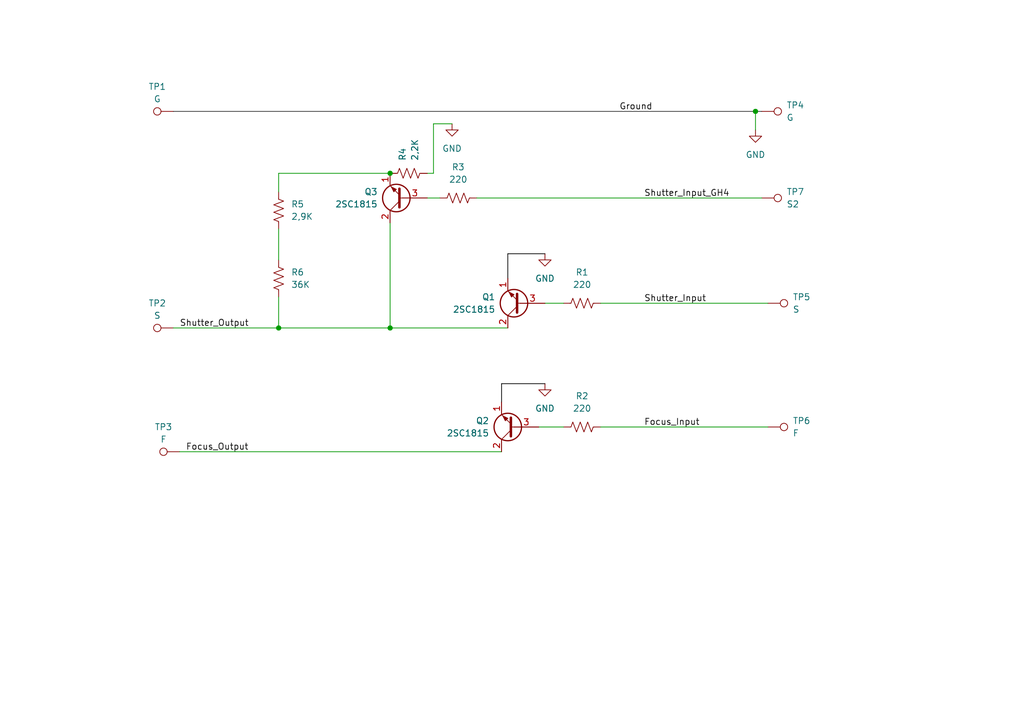
<source format=kicad_sch>
(kicad_sch
	(version 20231120)
	(generator "eeschema")
	(generator_version "8.0")
	(uuid "923b77b9-2deb-4a0b-afd3-30df7d2956a6")
	(paper "A5")
	(lib_symbols
		(symbol "Connector:TestPoint"
			(pin_numbers hide)
			(pin_names
				(offset 0.762) hide)
			(exclude_from_sim no)
			(in_bom yes)
			(on_board yes)
			(property "Reference" "TP"
				(at 0 6.858 0)
				(effects
					(font
						(size 1.27 1.27)
					)
				)
			)
			(property "Value" "TestPoint"
				(at 0 5.08 0)
				(effects
					(font
						(size 1.27 1.27)
					)
				)
			)
			(property "Footprint" ""
				(at 5.08 0 0)
				(effects
					(font
						(size 1.27 1.27)
					)
					(hide yes)
				)
			)
			(property "Datasheet" "~"
				(at 5.08 0 0)
				(effects
					(font
						(size 1.27 1.27)
					)
					(hide yes)
				)
			)
			(property "Description" "test point"
				(at 0 0 0)
				(effects
					(font
						(size 1.27 1.27)
					)
					(hide yes)
				)
			)
			(property "ki_keywords" "test point tp"
				(at 0 0 0)
				(effects
					(font
						(size 1.27 1.27)
					)
					(hide yes)
				)
			)
			(property "ki_fp_filters" "Pin* Test*"
				(at 0 0 0)
				(effects
					(font
						(size 1.27 1.27)
					)
					(hide yes)
				)
			)
			(symbol "TestPoint_0_1"
				(circle
					(center 0 3.302)
					(radius 0.762)
					(stroke
						(width 0)
						(type default)
					)
					(fill
						(type none)
					)
				)
			)
			(symbol "TestPoint_1_1"
				(pin passive line
					(at 0 0 90)
					(length 2.54)
					(name "1"
						(effects
							(font
								(size 1.27 1.27)
							)
						)
					)
					(number "1"
						(effects
							(font
								(size 1.27 1.27)
							)
						)
					)
				)
			)
		)
		(symbol "Device:R_US"
			(pin_numbers hide)
			(pin_names
				(offset 0)
			)
			(exclude_from_sim no)
			(in_bom yes)
			(on_board yes)
			(property "Reference" "R"
				(at 2.54 0 90)
				(effects
					(font
						(size 1.27 1.27)
					)
				)
			)
			(property "Value" "R_US"
				(at -2.54 0 90)
				(effects
					(font
						(size 1.27 1.27)
					)
				)
			)
			(property "Footprint" ""
				(at 1.016 -0.254 90)
				(effects
					(font
						(size 1.27 1.27)
					)
					(hide yes)
				)
			)
			(property "Datasheet" "~"
				(at 0 0 0)
				(effects
					(font
						(size 1.27 1.27)
					)
					(hide yes)
				)
			)
			(property "Description" "Resistor, US symbol"
				(at 0 0 0)
				(effects
					(font
						(size 1.27 1.27)
					)
					(hide yes)
				)
			)
			(property "ki_keywords" "R res resistor"
				(at 0 0 0)
				(effects
					(font
						(size 1.27 1.27)
					)
					(hide yes)
				)
			)
			(property "ki_fp_filters" "R_*"
				(at 0 0 0)
				(effects
					(font
						(size 1.27 1.27)
					)
					(hide yes)
				)
			)
			(symbol "R_US_0_1"
				(polyline
					(pts
						(xy 0 -2.286) (xy 0 -2.54)
					)
					(stroke
						(width 0)
						(type default)
					)
					(fill
						(type none)
					)
				)
				(polyline
					(pts
						(xy 0 2.286) (xy 0 2.54)
					)
					(stroke
						(width 0)
						(type default)
					)
					(fill
						(type none)
					)
				)
				(polyline
					(pts
						(xy 0 -0.762) (xy 1.016 -1.143) (xy 0 -1.524) (xy -1.016 -1.905) (xy 0 -2.286)
					)
					(stroke
						(width 0)
						(type default)
					)
					(fill
						(type none)
					)
				)
				(polyline
					(pts
						(xy 0 0.762) (xy 1.016 0.381) (xy 0 0) (xy -1.016 -0.381) (xy 0 -0.762)
					)
					(stroke
						(width 0)
						(type default)
					)
					(fill
						(type none)
					)
				)
				(polyline
					(pts
						(xy 0 2.286) (xy 1.016 1.905) (xy 0 1.524) (xy -1.016 1.143) (xy 0 0.762)
					)
					(stroke
						(width 0)
						(type default)
					)
					(fill
						(type none)
					)
				)
			)
			(symbol "R_US_1_1"
				(pin passive line
					(at 0 3.81 270)
					(length 1.27)
					(name "~"
						(effects
							(font
								(size 1.27 1.27)
							)
						)
					)
					(number "1"
						(effects
							(font
								(size 1.27 1.27)
							)
						)
					)
				)
				(pin passive line
					(at 0 -3.81 90)
					(length 1.27)
					(name "~"
						(effects
							(font
								(size 1.27 1.27)
							)
						)
					)
					(number "2"
						(effects
							(font
								(size 1.27 1.27)
							)
						)
					)
				)
			)
		)
		(symbol "PCM_4ms_Power-symbol:GND"
			(power)
			(pin_names
				(offset 0)
			)
			(exclude_from_sim no)
			(in_bom yes)
			(on_board yes)
			(property "Reference" "#PWR"
				(at 0 -6.35 0)
				(effects
					(font
						(size 1.27 1.27)
					)
					(hide yes)
				)
			)
			(property "Value" "GND"
				(at 0 -3.81 0)
				(effects
					(font
						(size 1.27 1.27)
					)
				)
			)
			(property "Footprint" ""
				(at 0 0 0)
				(effects
					(font
						(size 1.27 1.27)
					)
					(hide yes)
				)
			)
			(property "Datasheet" ""
				(at 0 0 0)
				(effects
					(font
						(size 1.27 1.27)
					)
					(hide yes)
				)
			)
			(property "Description" ""
				(at 0 0 0)
				(effects
					(font
						(size 1.27 1.27)
					)
					(hide yes)
				)
			)
			(symbol "GND_0_1"
				(polyline
					(pts
						(xy 0 0) (xy 0 -1.27) (xy 1.27 -1.27) (xy 0 -2.54) (xy -1.27 -1.27) (xy 0 -1.27)
					)
					(stroke
						(width 0)
						(type default)
					)
					(fill
						(type none)
					)
				)
			)
			(symbol "GND_1_1"
				(pin power_in line
					(at 0 0 270)
					(length 0) hide
					(name "GND"
						(effects
							(font
								(size 1.27 1.27)
							)
						)
					)
					(number "1"
						(effects
							(font
								(size 1.27 1.27)
							)
						)
					)
				)
			)
		)
		(symbol "Transistor_BJT:2SC1815"
			(pin_names
				(offset 0) hide)
			(exclude_from_sim no)
			(in_bom yes)
			(on_board yes)
			(property "Reference" "Q"
				(at 5.08 1.905 0)
				(effects
					(font
						(size 1.27 1.27)
					)
					(justify left)
				)
			)
			(property "Value" "2SC1815"
				(at 5.08 0 0)
				(effects
					(font
						(size 1.27 1.27)
					)
					(justify left)
				)
			)
			(property "Footprint" "Package_TO_SOT_THT:TO-92_Inline"
				(at 5.08 -1.905 0)
				(effects
					(font
						(size 1.27 1.27)
						(italic yes)
					)
					(justify left)
					(hide yes)
				)
			)
			(property "Datasheet" "https://media.digikey.com/pdf/Data%20Sheets/Toshiba%20PDFs/2SC1815.pdf"
				(at 0 0 0)
				(effects
					(font
						(size 1.27 1.27)
					)
					(justify left)
					(hide yes)
				)
			)
			(property "Description" "0.15A Ic, 50V Vce, Low Noise Audio NPN Transistor, TO-92"
				(at 0 0 0)
				(effects
					(font
						(size 1.27 1.27)
					)
					(hide yes)
				)
			)
			(property "ki_keywords" "Low Noise Audio NPN Transistor"
				(at 0 0 0)
				(effects
					(font
						(size 1.27 1.27)
					)
					(hide yes)
				)
			)
			(property "ki_fp_filters" "TO?92*"
				(at 0 0 0)
				(effects
					(font
						(size 1.27 1.27)
					)
					(hide yes)
				)
			)
			(symbol "2SC1815_0_1"
				(polyline
					(pts
						(xy 0 0) (xy 0.508 0)
					)
					(stroke
						(width 0)
						(type default)
					)
					(fill
						(type none)
					)
				)
				(polyline
					(pts
						(xy 0.635 0.635) (xy 2.54 2.54)
					)
					(stroke
						(width 0)
						(type default)
					)
					(fill
						(type none)
					)
				)
				(polyline
					(pts
						(xy 0.635 -0.635) (xy 2.54 -2.54) (xy 2.54 -2.54)
					)
					(stroke
						(width 0)
						(type default)
					)
					(fill
						(type none)
					)
				)
				(polyline
					(pts
						(xy 0.635 1.905) (xy 0.635 -1.905) (xy 0.635 -1.905)
					)
					(stroke
						(width 0.508)
						(type default)
					)
					(fill
						(type none)
					)
				)
				(polyline
					(pts
						(xy 1.27 -1.778) (xy 1.778 -1.27) (xy 2.286 -2.286) (xy 1.27 -1.778) (xy 1.27 -1.778)
					)
					(stroke
						(width 0)
						(type default)
					)
					(fill
						(type outline)
					)
				)
				(circle
					(center 1.27 0)
					(radius 2.8194)
					(stroke
						(width 0.254)
						(type default)
					)
					(fill
						(type none)
					)
				)
			)
			(symbol "2SC1815_1_1"
				(pin passive line
					(at 2.54 -5.08 90)
					(length 2.54)
					(name "E"
						(effects
							(font
								(size 1.27 1.27)
							)
						)
					)
					(number "1"
						(effects
							(font
								(size 1.27 1.27)
							)
						)
					)
				)
				(pin passive line
					(at 2.54 5.08 270)
					(length 2.54)
					(name "C"
						(effects
							(font
								(size 1.27 1.27)
							)
						)
					)
					(number "2"
						(effects
							(font
								(size 1.27 1.27)
							)
						)
					)
				)
				(pin input line
					(at -5.08 0 0)
					(length 5.08)
					(name "B"
						(effects
							(font
								(size 1.27 1.27)
							)
						)
					)
					(number "3"
						(effects
							(font
								(size 1.27 1.27)
							)
						)
					)
				)
			)
		)
	)
	(junction
		(at 80.01 67.31)
		(diameter 0)
		(color 0 0 0 0)
		(uuid "23d84188-4f16-4e24-b4e8-1704486c607e")
	)
	(junction
		(at 57.15 67.31)
		(diameter 0)
		(color 0 0 0 0)
		(uuid "62454b40-3448-463b-8675-0501f5986ce9")
	)
	(junction
		(at 80.01 35.56)
		(diameter 0)
		(color 0 0 0 0)
		(uuid "7940b245-9380-45f0-bf90-ad5cfa1174e5")
	)
	(junction
		(at 154.94 22.86)
		(diameter 0)
		(color 0 0 0 0)
		(uuid "d9baab3c-21ad-44a5-85ab-5fc0f58a840e")
	)
	(wire
		(pts
			(xy 104.14 52.07) (xy 104.14 57.15)
		)
		(stroke
			(width 0)
			(type default)
			(color 0 0 0 1)
		)
		(uuid "08299beb-2400-47cf-8cf4-ec53b90219f9")
	)
	(wire
		(pts
			(xy 57.15 46.99) (xy 57.15 53.34)
		)
		(stroke
			(width 0)
			(type default)
		)
		(uuid "0c8cb318-27fa-448b-a3cc-68773ea2574b")
	)
	(wire
		(pts
			(xy 156.21 40.64) (xy 97.79 40.64)
		)
		(stroke
			(width 0)
			(type default)
		)
		(uuid "107f79a6-a199-4952-b8b2-893c71f698e9")
	)
	(wire
		(pts
			(xy 154.94 22.86) (xy 156.21 22.86)
		)
		(stroke
			(width 0)
			(type default)
			(color 48 48 48 1)
		)
		(uuid "166c5047-7337-4e80-ae3a-a44885446671")
	)
	(wire
		(pts
			(xy 35.56 67.31) (xy 57.15 67.31)
		)
		(stroke
			(width 0)
			(type default)
		)
		(uuid "30e21cbd-4e42-4f86-afe4-c053ae561c76")
	)
	(wire
		(pts
			(xy 154.94 26.67) (xy 154.94 22.86)
		)
		(stroke
			(width 0)
			(type default)
		)
		(uuid "3de9612a-0752-4ebb-9d19-92a670253318")
	)
	(wire
		(pts
			(xy 111.76 62.23) (xy 115.57 62.23)
		)
		(stroke
			(width 0)
			(type default)
		)
		(uuid "45fcbeb3-8220-440b-b821-a085977b4165")
	)
	(wire
		(pts
			(xy 88.9 35.56) (xy 87.63 35.56)
		)
		(stroke
			(width 0)
			(type default)
		)
		(uuid "4a7e4989-3530-4e4b-99a1-09bddd97fc2d")
	)
	(wire
		(pts
			(xy 80.01 45.72) (xy 80.01 67.31)
		)
		(stroke
			(width 0)
			(type default)
		)
		(uuid "4f11c514-1a58-46e6-b4d0-41afac656469")
	)
	(wire
		(pts
			(xy 110.49 87.63) (xy 115.57 87.63)
		)
		(stroke
			(width 0)
			(type default)
		)
		(uuid "502b51e0-c2ce-4e4f-8724-01c9bd786257")
	)
	(wire
		(pts
			(xy 123.19 87.63) (xy 157.48 87.63)
		)
		(stroke
			(width 0)
			(type default)
		)
		(uuid "6273427b-91f1-4bd1-8887-d837f62f2c3d")
	)
	(wire
		(pts
			(xy 88.9 25.4) (xy 92.71 25.4)
		)
		(stroke
			(width 0)
			(type default)
		)
		(uuid "6e458dad-4638-44a2-88b5-9cc9cb80e20c")
	)
	(wire
		(pts
			(xy 123.19 62.23) (xy 157.48 62.23)
		)
		(stroke
			(width 0)
			(type default)
		)
		(uuid "7a096120-1df3-4142-817f-fb408586a409")
	)
	(wire
		(pts
			(xy 111.76 52.07) (xy 104.14 52.07)
		)
		(stroke
			(width 0)
			(type default)
			(color 0 0 0 1)
		)
		(uuid "9128eaf6-1763-4248-a3a2-dc56fa172b35")
	)
	(wire
		(pts
			(xy 57.15 60.96) (xy 57.15 67.31)
		)
		(stroke
			(width 0)
			(type default)
		)
		(uuid "a8e89f96-e70b-47f3-baab-030a1cc2558c")
	)
	(wire
		(pts
			(xy 80.01 67.31) (xy 104.14 67.31)
		)
		(stroke
			(width 0)
			(type default)
		)
		(uuid "b129bec1-95c9-4aca-8687-048529c95b5c")
	)
	(wire
		(pts
			(xy 57.15 67.31) (xy 80.01 67.31)
		)
		(stroke
			(width 0)
			(type default)
		)
		(uuid "b245ee6b-b546-4333-8a15-39b3eab63736")
	)
	(wire
		(pts
			(xy 102.87 78.74) (xy 102.87 82.55)
		)
		(stroke
			(width 0)
			(type default)
			(color 0 0 0 1)
		)
		(uuid "bab948e2-d3f6-41db-8d87-0f81267ca0c0")
	)
	(wire
		(pts
			(xy 111.76 78.74) (xy 102.87 78.74)
		)
		(stroke
			(width 0)
			(type default)
			(color 0 0 0 1)
		)
		(uuid "c323c739-9f3a-4d6a-9048-1fd4a0274484")
	)
	(wire
		(pts
			(xy 57.15 35.56) (xy 57.15 39.37)
		)
		(stroke
			(width 0)
			(type default)
		)
		(uuid "c3fedadb-e9c6-4821-b4eb-b0c78130cd8a")
	)
	(wire
		(pts
			(xy 57.15 35.56) (xy 80.01 35.56)
		)
		(stroke
			(width 0)
			(type default)
		)
		(uuid "dd7a458c-3529-4fda-aa61-adf0931071c7")
	)
	(wire
		(pts
			(xy 88.9 25.4) (xy 88.9 35.56)
		)
		(stroke
			(width 0)
			(type default)
		)
		(uuid "e54afb8f-270b-4da4-92f8-98b7ca05fec0")
	)
	(wire
		(pts
			(xy 36.83 92.71) (xy 102.87 92.71)
		)
		(stroke
			(width 0)
			(type default)
		)
		(uuid "eef901f1-7e83-44ff-b935-2f9c4b9d7e15")
	)
	(wire
		(pts
			(xy 35.56 22.86) (xy 154.94 22.86)
		)
		(stroke
			(width 0)
			(type default)
			(color 48 48 48 1)
		)
		(uuid "f8a7148e-aadb-4eab-868e-d842110bc3da")
	)
	(wire
		(pts
			(xy 90.17 40.64) (xy 87.63 40.64)
		)
		(stroke
			(width 0)
			(type default)
		)
		(uuid "fc64d090-da14-4575-86fb-2b545dcad3b6")
	)
	(label "Shutter_Input"
		(at 132.08 62.23 0)
		(fields_autoplaced yes)
		(effects
			(font
				(size 1.27 1.27)
			)
			(justify left bottom)
		)
		(uuid "5a30f5cd-3997-473a-8e64-0c6c347617b2")
	)
	(label "Shutter_Output"
		(at 36.83 67.31 0)
		(fields_autoplaced yes)
		(effects
			(font
				(size 1.27 1.27)
			)
			(justify left bottom)
		)
		(uuid "83689fbd-d15a-4ed9-8759-da0ddb6355d2")
	)
	(label "Shutter_Input_GH4"
		(at 132.08 40.64 0)
		(fields_autoplaced yes)
		(effects
			(font
				(size 1.27 1.27)
			)
			(justify left bottom)
		)
		(uuid "91e52029-514b-43b4-8236-273faf9ccab6")
	)
	(label "Focus_Output"
		(at 38.1 92.71 0)
		(fields_autoplaced yes)
		(effects
			(font
				(size 1.27 1.27)
			)
			(justify left bottom)
		)
		(uuid "9580645d-72a5-4e1a-9ecb-f97be55ec6fb")
	)
	(label "Focus_Input"
		(at 132.08 87.63 0)
		(fields_autoplaced yes)
		(effects
			(font
				(size 1.27 1.27)
			)
			(justify left bottom)
		)
		(uuid "f04f0517-2904-4c8d-a5a1-c58757b134af")
	)
	(label "Ground"
		(at 127 22.86 0)
		(fields_autoplaced yes)
		(effects
			(font
				(size 1.27 1.27)
			)
			(justify left bottom)
		)
		(uuid "fbeaca31-9733-4ed0-9665-6db6778cea9d")
	)
	(symbol
		(lib_id "Device:R_US")
		(at 119.38 62.23 270)
		(unit 1)
		(exclude_from_sim no)
		(in_bom yes)
		(on_board yes)
		(dnp no)
		(fields_autoplaced yes)
		(uuid "08195738-4d84-42f2-a7e0-0001830cf9ed")
		(property "Reference" "R1"
			(at 119.38 55.88 90)
			(effects
				(font
					(size 1.27 1.27)
				)
			)
		)
		(property "Value" "220"
			(at 119.38 58.42 90)
			(effects
				(font
					(size 1.27 1.27)
				)
			)
		)
		(property "Footprint" "Resistor_THT:R_Axial_DIN0204_L3.6mm_D1.6mm_P7.62mm_Horizontal"
			(at 119.126 63.246 90)
			(effects
				(font
					(size 1.27 1.27)
				)
				(hide yes)
			)
		)
		(property "Datasheet" "~"
			(at 119.38 62.23 0)
			(effects
				(font
					(size 1.27 1.27)
				)
				(hide yes)
			)
		)
		(property "Description" "Resistor, US symbol"
			(at 119.38 62.23 0)
			(effects
				(font
					(size 1.27 1.27)
				)
				(hide yes)
			)
		)
		(pin "2"
			(uuid "82c77996-8f18-4353-a5a0-a5e6f204c643")
		)
		(pin "1"
			(uuid "33f6e0d3-4d06-4d3c-a0b8-22edd479d54b")
		)
		(instances
			(project ""
				(path "/923b77b9-2deb-4a0b-afd3-30df7d2956a6"
					(reference "R1")
					(unit 1)
				)
			)
		)
	)
	(symbol
		(lib_id "PCM_4ms_Power-symbol:GND")
		(at 111.76 52.07 0)
		(unit 1)
		(exclude_from_sim no)
		(in_bom yes)
		(on_board yes)
		(dnp no)
		(fields_autoplaced yes)
		(uuid "0a1cf604-055b-4424-9798-6ae0a62ede01")
		(property "Reference" "#PWR02"
			(at 111.76 58.42 0)
			(effects
				(font
					(size 1.27 1.27)
				)
				(hide yes)
			)
		)
		(property "Value" "GND"
			(at 111.76 57.15 0)
			(effects
				(font
					(size 1.27 1.27)
				)
			)
		)
		(property "Footprint" ""
			(at 111.76 52.07 0)
			(effects
				(font
					(size 1.27 1.27)
				)
				(hide yes)
			)
		)
		(property "Datasheet" ""
			(at 111.76 52.07 0)
			(effects
				(font
					(size 1.27 1.27)
				)
				(hide yes)
			)
		)
		(property "Description" ""
			(at 111.76 52.07 0)
			(effects
				(font
					(size 1.27 1.27)
				)
				(hide yes)
			)
		)
		(pin "1"
			(uuid "cf2d3159-7a5f-4c73-bac0-1ee7117bb0b4")
		)
		(instances
			(project "canon+GH4"
				(path "/923b77b9-2deb-4a0b-afd3-30df7d2956a6"
					(reference "#PWR02")
					(unit 1)
				)
			)
		)
	)
	(symbol
		(lib_id "PCM_4ms_Power-symbol:GND")
		(at 111.76 78.74 0)
		(unit 1)
		(exclude_from_sim no)
		(in_bom yes)
		(on_board yes)
		(dnp no)
		(fields_autoplaced yes)
		(uuid "13a6d91c-ff2c-4335-94e0-b1b8e11bbbb3")
		(property "Reference" "#PWR03"
			(at 111.76 85.09 0)
			(effects
				(font
					(size 1.27 1.27)
				)
				(hide yes)
			)
		)
		(property "Value" "GND"
			(at 111.76 83.82 0)
			(effects
				(font
					(size 1.27 1.27)
				)
			)
		)
		(property "Footprint" ""
			(at 111.76 78.74 0)
			(effects
				(font
					(size 1.27 1.27)
				)
				(hide yes)
			)
		)
		(property "Datasheet" ""
			(at 111.76 78.74 0)
			(effects
				(font
					(size 1.27 1.27)
				)
				(hide yes)
			)
		)
		(property "Description" ""
			(at 111.76 78.74 0)
			(effects
				(font
					(size 1.27 1.27)
				)
				(hide yes)
			)
		)
		(pin "1"
			(uuid "fbf8946b-81b8-427a-88ba-90937da43064")
		)
		(instances
			(project "canon+GH4"
				(path "/923b77b9-2deb-4a0b-afd3-30df7d2956a6"
					(reference "#PWR03")
					(unit 1)
				)
			)
		)
	)
	(symbol
		(lib_id "Connector:TestPoint")
		(at 35.56 22.86 90)
		(unit 1)
		(exclude_from_sim no)
		(in_bom yes)
		(on_board yes)
		(dnp no)
		(fields_autoplaced yes)
		(uuid "24398125-01f9-4769-8849-321dd021c581")
		(property "Reference" "TP1"
			(at 32.258 17.78 90)
			(effects
				(font
					(size 1.27 1.27)
				)
			)
		)
		(property "Value" "G"
			(at 32.258 20.32 90)
			(effects
				(font
					(size 1.27 1.27)
				)
			)
		)
		(property "Footprint" "TestPoint:TestPoint_THTPad_2.0x2.0mm_Drill1.0mm"
			(at 35.56 17.78 0)
			(effects
				(font
					(size 1.27 1.27)
				)
				(hide yes)
			)
		)
		(property "Datasheet" "~"
			(at 35.56 17.78 0)
			(effects
				(font
					(size 1.27 1.27)
				)
				(hide yes)
			)
		)
		(property "Description" "test point"
			(at 35.56 22.86 0)
			(effects
				(font
					(size 1.27 1.27)
				)
				(hide yes)
			)
		)
		(pin "1"
			(uuid "0203fec4-3e20-4c07-9ab9-43e2afa5afa4")
		)
		(instances
			(project ""
				(path "/923b77b9-2deb-4a0b-afd3-30df7d2956a6"
					(reference "TP1")
					(unit 1)
				)
			)
		)
	)
	(symbol
		(lib_id "Device:R_US")
		(at 83.82 35.56 90)
		(unit 1)
		(exclude_from_sim no)
		(in_bom yes)
		(on_board yes)
		(dnp no)
		(uuid "2496e64c-9ce0-4718-91a8-2efed04425e7")
		(property "Reference" "R4"
			(at 82.5499 33.02 0)
			(effects
				(font
					(size 1.27 1.27)
				)
				(justify left)
			)
		)
		(property "Value" "2,2K"
			(at 85.0899 33.02 0)
			(effects
				(font
					(size 1.27 1.27)
				)
				(justify left)
			)
		)
		(property "Footprint" "Resistor_THT:R_Axial_DIN0204_L3.6mm_D1.6mm_P7.62mm_Horizontal"
			(at 84.074 34.544 90)
			(effects
				(font
					(size 1.27 1.27)
				)
				(hide yes)
			)
		)
		(property "Datasheet" "~"
			(at 83.82 35.56 0)
			(effects
				(font
					(size 1.27 1.27)
				)
				(hide yes)
			)
		)
		(property "Description" "Resistor, US symbol"
			(at 83.82 35.56 0)
			(effects
				(font
					(size 1.27 1.27)
				)
				(hide yes)
			)
		)
		(pin "2"
			(uuid "9ae6089c-7ef9-498a-8154-e5b66c1d5151")
		)
		(pin "1"
			(uuid "2ec39524-781d-498d-8349-ae15531b3545")
		)
		(instances
			(project "canon+GH4"
				(path "/923b77b9-2deb-4a0b-afd3-30df7d2956a6"
					(reference "R4")
					(unit 1)
				)
			)
		)
	)
	(symbol
		(lib_id "Device:R_US")
		(at 93.98 40.64 270)
		(unit 1)
		(exclude_from_sim no)
		(in_bom yes)
		(on_board yes)
		(dnp no)
		(fields_autoplaced yes)
		(uuid "3552071e-5395-456c-b1f5-e56e7abb8a23")
		(property "Reference" "R3"
			(at 93.98 34.29 90)
			(effects
				(font
					(size 1.27 1.27)
				)
			)
		)
		(property "Value" "220"
			(at 93.98 36.83 90)
			(effects
				(font
					(size 1.27 1.27)
				)
			)
		)
		(property "Footprint" "Resistor_THT:R_Axial_DIN0204_L3.6mm_D1.6mm_P7.62mm_Horizontal"
			(at 93.726 41.656 90)
			(effects
				(font
					(size 1.27 1.27)
				)
				(hide yes)
			)
		)
		(property "Datasheet" "~"
			(at 93.98 40.64 0)
			(effects
				(font
					(size 1.27 1.27)
				)
				(hide yes)
			)
		)
		(property "Description" "Resistor, US symbol"
			(at 93.98 40.64 0)
			(effects
				(font
					(size 1.27 1.27)
				)
				(hide yes)
			)
		)
		(pin "2"
			(uuid "9146fb3e-f8f0-4e27-90fe-6a20ff7ab4ad")
		)
		(pin "1"
			(uuid "838f525e-9b55-4b59-b589-5397408b3a8f")
		)
		(instances
			(project "canon+GH4"
				(path "/923b77b9-2deb-4a0b-afd3-30df7d2956a6"
					(reference "R3")
					(unit 1)
				)
			)
		)
	)
	(symbol
		(lib_id "Connector:TestPoint")
		(at 36.83 92.71 90)
		(unit 1)
		(exclude_from_sim no)
		(in_bom yes)
		(on_board yes)
		(dnp no)
		(fields_autoplaced yes)
		(uuid "50552f18-da98-429a-8e01-68331ec2078b")
		(property "Reference" "TP3"
			(at 33.528 87.63 90)
			(effects
				(font
					(size 1.27 1.27)
				)
			)
		)
		(property "Value" "F"
			(at 33.528 90.17 90)
			(effects
				(font
					(size 1.27 1.27)
				)
			)
		)
		(property "Footprint" "TestPoint:TestPoint_THTPad_2.0x2.0mm_Drill1.0mm"
			(at 36.83 87.63 0)
			(effects
				(font
					(size 1.27 1.27)
				)
				(hide yes)
			)
		)
		(property "Datasheet" "~"
			(at 36.83 87.63 0)
			(effects
				(font
					(size 1.27 1.27)
				)
				(hide yes)
			)
		)
		(property "Description" "test point"
			(at 36.83 92.71 0)
			(effects
				(font
					(size 1.27 1.27)
				)
				(hide yes)
			)
		)
		(pin "1"
			(uuid "0f20419c-4a51-4290-af5e-2455d2fc6228")
		)
		(instances
			(project "reflex"
				(path "/923b77b9-2deb-4a0b-afd3-30df7d2956a6"
					(reference "TP3")
					(unit 1)
				)
			)
		)
	)
	(symbol
		(lib_id "Device:R_US")
		(at 57.15 57.15 0)
		(unit 1)
		(exclude_from_sim no)
		(in_bom yes)
		(on_board yes)
		(dnp no)
		(uuid "55af473f-304d-4327-94fd-bc494a468f07")
		(property "Reference" "R6"
			(at 59.69 55.8799 0)
			(effects
				(font
					(size 1.27 1.27)
				)
				(justify left)
			)
		)
		(property "Value" "36K"
			(at 59.69 58.4199 0)
			(effects
				(font
					(size 1.27 1.27)
				)
				(justify left)
			)
		)
		(property "Footprint" "Resistor_THT:R_Axial_DIN0204_L3.6mm_D1.6mm_P7.62mm_Horizontal"
			(at 58.166 57.404 90)
			(effects
				(font
					(size 1.27 1.27)
				)
				(hide yes)
			)
		)
		(property "Datasheet" "~"
			(at 57.15 57.15 0)
			(effects
				(font
					(size 1.27 1.27)
				)
				(hide yes)
			)
		)
		(property "Description" "Resistor, US symbol"
			(at 57.15 57.15 0)
			(effects
				(font
					(size 1.27 1.27)
				)
				(hide yes)
			)
		)
		(pin "2"
			(uuid "793ff79a-a0e5-492d-86d3-a923d7e38048")
		)
		(pin "1"
			(uuid "3bab14fe-745a-42c3-89f5-e8036137ddb0")
		)
		(instances
			(project "canon+GH4"
				(path "/923b77b9-2deb-4a0b-afd3-30df7d2956a6"
					(reference "R6")
					(unit 1)
				)
			)
		)
	)
	(symbol
		(lib_id "Transistor_BJT:2SC1815")
		(at 106.68 62.23 180)
		(unit 1)
		(exclude_from_sim no)
		(in_bom yes)
		(on_board yes)
		(dnp no)
		(uuid "61c0413e-e25b-4130-a32e-bebc5edb2c9e")
		(property "Reference" "Q1"
			(at 101.6 60.9599 0)
			(effects
				(font
					(size 1.27 1.27)
				)
				(justify left)
			)
		)
		(property "Value" "2SC1815"
			(at 101.6 63.4999 0)
			(effects
				(font
					(size 1.27 1.27)
				)
				(justify left)
			)
		)
		(property "Footprint" "Package_TO_SOT_THT:TO-92_Inline"
			(at 101.6 60.325 0)
			(effects
				(font
					(size 1.27 1.27)
					(italic yes)
				)
				(justify left)
				(hide yes)
			)
		)
		(property "Datasheet" "https://media.digikey.com/pdf/Data%20Sheets/Toshiba%20PDFs/2SC1815.pdf"
			(at 106.68 62.23 0)
			(effects
				(font
					(size 1.27 1.27)
				)
				(justify left)
				(hide yes)
			)
		)
		(property "Description" "0.15A Ic, 50V Vce, Low Noise Audio NPN Transistor, TO-92"
			(at 106.68 62.23 0)
			(effects
				(font
					(size 1.27 1.27)
				)
				(hide yes)
			)
		)
		(pin "1"
			(uuid "396b8e29-641e-48f6-8a46-b5686acf7e1b")
		)
		(pin "2"
			(uuid "c8b964e1-4d5b-453a-b5dc-8577077da3e0")
		)
		(pin "3"
			(uuid "686cab77-a718-4b4a-bb2d-4e408c11cf72")
		)
		(instances
			(project ""
				(path "/923b77b9-2deb-4a0b-afd3-30df7d2956a6"
					(reference "Q1")
					(unit 1)
				)
			)
		)
	)
	(symbol
		(lib_id "Connector:TestPoint")
		(at 157.48 62.23 270)
		(unit 1)
		(exclude_from_sim no)
		(in_bom yes)
		(on_board yes)
		(dnp no)
		(fields_autoplaced yes)
		(uuid "6279cfc1-a38c-464e-8e9d-161bfc7a98e7")
		(property "Reference" "TP5"
			(at 162.56 60.9599 90)
			(effects
				(font
					(size 1.27 1.27)
				)
				(justify left)
			)
		)
		(property "Value" "S"
			(at 162.56 63.4999 90)
			(effects
				(font
					(size 1.27 1.27)
				)
				(justify left)
			)
		)
		(property "Footprint" "TestPoint:TestPoint_THTPad_2.0x2.0mm_Drill1.0mm"
			(at 157.48 67.31 0)
			(effects
				(font
					(size 1.27 1.27)
				)
				(hide yes)
			)
		)
		(property "Datasheet" "~"
			(at 157.48 67.31 0)
			(effects
				(font
					(size 1.27 1.27)
				)
				(hide yes)
			)
		)
		(property "Description" "test point"
			(at 157.48 62.23 0)
			(effects
				(font
					(size 1.27 1.27)
				)
				(hide yes)
			)
		)
		(pin "1"
			(uuid "62f1ac50-9205-4ce6-b28e-379f023b212c")
		)
		(instances
			(project "reflex"
				(path "/923b77b9-2deb-4a0b-afd3-30df7d2956a6"
					(reference "TP5")
					(unit 1)
				)
			)
		)
	)
	(symbol
		(lib_id "Connector:TestPoint")
		(at 157.48 87.63 270)
		(unit 1)
		(exclude_from_sim no)
		(in_bom yes)
		(on_board yes)
		(dnp no)
		(fields_autoplaced yes)
		(uuid "6dd12e73-eb73-4ec4-acf6-02f91ee21160")
		(property "Reference" "TP6"
			(at 162.56 86.3599 90)
			(effects
				(font
					(size 1.27 1.27)
				)
				(justify left)
			)
		)
		(property "Value" "F"
			(at 162.56 88.8999 90)
			(effects
				(font
					(size 1.27 1.27)
				)
				(justify left)
			)
		)
		(property "Footprint" "TestPoint:TestPoint_THTPad_2.0x2.0mm_Drill1.0mm"
			(at 157.48 92.71 0)
			(effects
				(font
					(size 1.27 1.27)
				)
				(hide yes)
			)
		)
		(property "Datasheet" "~"
			(at 157.48 92.71 0)
			(effects
				(font
					(size 1.27 1.27)
				)
				(hide yes)
			)
		)
		(property "Description" "test point"
			(at 157.48 87.63 0)
			(effects
				(font
					(size 1.27 1.27)
				)
				(hide yes)
			)
		)
		(pin "1"
			(uuid "93bd72bf-1ae9-4acb-8031-89aca8b3d5e1")
		)
		(instances
			(project "reflex"
				(path "/923b77b9-2deb-4a0b-afd3-30df7d2956a6"
					(reference "TP6")
					(unit 1)
				)
			)
		)
	)
	(symbol
		(lib_id "Transistor_BJT:2SC1815")
		(at 82.55 40.64 180)
		(unit 1)
		(exclude_from_sim no)
		(in_bom yes)
		(on_board yes)
		(dnp no)
		(fields_autoplaced yes)
		(uuid "7ab0b400-b781-4aa3-86f8-5a001a64b257")
		(property "Reference" "Q3"
			(at 77.47 39.3699 0)
			(effects
				(font
					(size 1.27 1.27)
				)
				(justify left)
			)
		)
		(property "Value" "2SC1815"
			(at 77.47 41.9099 0)
			(effects
				(font
					(size 1.27 1.27)
				)
				(justify left)
			)
		)
		(property "Footprint" "Package_TO_SOT_THT:TO-92_Inline"
			(at 77.47 38.735 0)
			(effects
				(font
					(size 1.27 1.27)
					(italic yes)
				)
				(justify left)
				(hide yes)
			)
		)
		(property "Datasheet" "https://media.digikey.com/pdf/Data%20Sheets/Toshiba%20PDFs/2SC1815.pdf"
			(at 82.55 40.64 0)
			(effects
				(font
					(size 1.27 1.27)
				)
				(justify left)
				(hide yes)
			)
		)
		(property "Description" "0.15A Ic, 50V Vce, Low Noise Audio NPN Transistor, TO-92"
			(at 82.55 40.64 0)
			(effects
				(font
					(size 1.27 1.27)
				)
				(hide yes)
			)
		)
		(pin "3"
			(uuid "29f964ac-7878-40dc-baf1-d66e0d5d1085")
		)
		(pin "1"
			(uuid "bcb12b76-fddb-4801-888f-65e23e63dcf7")
		)
		(pin "2"
			(uuid "504a2ac1-1b67-4e0d-aeb0-a719295e3d1a")
		)
		(instances
			(project "canon+GH4"
				(path "/923b77b9-2deb-4a0b-afd3-30df7d2956a6"
					(reference "Q3")
					(unit 1)
				)
			)
		)
	)
	(symbol
		(lib_id "Connector:TestPoint")
		(at 35.56 67.31 90)
		(unit 1)
		(exclude_from_sim no)
		(in_bom yes)
		(on_board yes)
		(dnp no)
		(fields_autoplaced yes)
		(uuid "7d428816-3fa3-4905-aff2-702f3bc3665b")
		(property "Reference" "TP2"
			(at 32.258 62.23 90)
			(effects
				(font
					(size 1.27 1.27)
				)
			)
		)
		(property "Value" "S"
			(at 32.258 64.77 90)
			(effects
				(font
					(size 1.27 1.27)
				)
			)
		)
		(property "Footprint" "TestPoint:TestPoint_THTPad_2.0x2.0mm_Drill1.0mm"
			(at 35.56 62.23 0)
			(effects
				(font
					(size 1.27 1.27)
				)
				(hide yes)
			)
		)
		(property "Datasheet" "~"
			(at 35.56 62.23 0)
			(effects
				(font
					(size 1.27 1.27)
				)
				(hide yes)
			)
		)
		(property "Description" "test point"
			(at 35.56 67.31 0)
			(effects
				(font
					(size 1.27 1.27)
				)
				(hide yes)
			)
		)
		(pin "1"
			(uuid "f2ec86ef-49b4-451b-b1bc-3790b63dcfd5")
		)
		(instances
			(project "reflex"
				(path "/923b77b9-2deb-4a0b-afd3-30df7d2956a6"
					(reference "TP2")
					(unit 1)
				)
			)
		)
	)
	(symbol
		(lib_id "PCM_4ms_Power-symbol:GND")
		(at 154.94 26.67 0)
		(unit 1)
		(exclude_from_sim no)
		(in_bom yes)
		(on_board yes)
		(dnp no)
		(fields_autoplaced yes)
		(uuid "824c9ee9-6ae2-4123-a88e-db91a5c73441")
		(property "Reference" "#PWR01"
			(at 154.94 33.02 0)
			(effects
				(font
					(size 1.27 1.27)
				)
				(hide yes)
			)
		)
		(property "Value" "GND"
			(at 154.94 31.75 0)
			(effects
				(font
					(size 1.27 1.27)
				)
			)
		)
		(property "Footprint" ""
			(at 154.94 26.67 0)
			(effects
				(font
					(size 1.27 1.27)
				)
				(hide yes)
			)
		)
		(property "Datasheet" ""
			(at 154.94 26.67 0)
			(effects
				(font
					(size 1.27 1.27)
				)
				(hide yes)
			)
		)
		(property "Description" ""
			(at 154.94 26.67 0)
			(effects
				(font
					(size 1.27 1.27)
				)
				(hide yes)
			)
		)
		(pin "1"
			(uuid "50433bd1-6dd5-48aa-9580-7836eb86abc3")
		)
		(instances
			(project ""
				(path "/923b77b9-2deb-4a0b-afd3-30df7d2956a6"
					(reference "#PWR01")
					(unit 1)
				)
			)
		)
	)
	(symbol
		(lib_id "Device:R_US")
		(at 57.15 43.18 0)
		(unit 1)
		(exclude_from_sim no)
		(in_bom yes)
		(on_board yes)
		(dnp no)
		(uuid "8f1ff0c3-c58a-4e70-a95f-f70fcec738ad")
		(property "Reference" "R5"
			(at 59.69 41.9099 0)
			(effects
				(font
					(size 1.27 1.27)
				)
				(justify left)
			)
		)
		(property "Value" "2,9K"
			(at 59.69 44.4499 0)
			(effects
				(font
					(size 1.27 1.27)
				)
				(justify left)
			)
		)
		(property "Footprint" "Resistor_THT:R_Axial_DIN0204_L3.6mm_D1.6mm_P7.62mm_Horizontal"
			(at 58.166 43.434 90)
			(effects
				(font
					(size 1.27 1.27)
				)
				(hide yes)
			)
		)
		(property "Datasheet" "~"
			(at 57.15 43.18 0)
			(effects
				(font
					(size 1.27 1.27)
				)
				(hide yes)
			)
		)
		(property "Description" "Resistor, US symbol"
			(at 57.15 43.18 0)
			(effects
				(font
					(size 1.27 1.27)
				)
				(hide yes)
			)
		)
		(pin "2"
			(uuid "b1300181-02d1-42c9-903b-ae96b6a2034c")
		)
		(pin "1"
			(uuid "f8ecd586-f4ed-4f5f-9546-e6b557521ac6")
		)
		(instances
			(project "canon+GH4"
				(path "/923b77b9-2deb-4a0b-afd3-30df7d2956a6"
					(reference "R5")
					(unit 1)
				)
			)
		)
	)
	(symbol
		(lib_id "Connector:TestPoint")
		(at 156.21 40.64 270)
		(unit 1)
		(exclude_from_sim no)
		(in_bom yes)
		(on_board yes)
		(dnp no)
		(fields_autoplaced yes)
		(uuid "92583f27-caf7-47df-9a49-5b29372a77a7")
		(property "Reference" "TP7"
			(at 161.29 39.3699 90)
			(effects
				(font
					(size 1.27 1.27)
				)
				(justify left)
			)
		)
		(property "Value" "S2"
			(at 161.29 41.9099 90)
			(effects
				(font
					(size 1.27 1.27)
				)
				(justify left)
			)
		)
		(property "Footprint" "TestPoint:TestPoint_THTPad_2.0x2.0mm_Drill1.0mm"
			(at 156.21 45.72 0)
			(effects
				(font
					(size 1.27 1.27)
				)
				(hide yes)
			)
		)
		(property "Datasheet" "~"
			(at 156.21 45.72 0)
			(effects
				(font
					(size 1.27 1.27)
				)
				(hide yes)
			)
		)
		(property "Description" "test point"
			(at 156.21 40.64 0)
			(effects
				(font
					(size 1.27 1.27)
				)
				(hide yes)
			)
		)
		(pin "1"
			(uuid "7c4907cc-10d8-4007-9931-14ef9a5ffbee")
		)
		(instances
			(project "canon+GH4"
				(path "/923b77b9-2deb-4a0b-afd3-30df7d2956a6"
					(reference "TP7")
					(unit 1)
				)
			)
		)
	)
	(symbol
		(lib_id "PCM_4ms_Power-symbol:GND")
		(at 92.71 25.4 0)
		(unit 1)
		(exclude_from_sim no)
		(in_bom yes)
		(on_board yes)
		(dnp no)
		(fields_autoplaced yes)
		(uuid "d9dd0d15-d151-4359-b2fd-0aee5ab1ca3c")
		(property "Reference" "#PWR04"
			(at 92.71 31.75 0)
			(effects
				(font
					(size 1.27 1.27)
				)
				(hide yes)
			)
		)
		(property "Value" "GND"
			(at 92.71 30.48 0)
			(effects
				(font
					(size 1.27 1.27)
				)
			)
		)
		(property "Footprint" ""
			(at 92.71 25.4 0)
			(effects
				(font
					(size 1.27 1.27)
				)
				(hide yes)
			)
		)
		(property "Datasheet" ""
			(at 92.71 25.4 0)
			(effects
				(font
					(size 1.27 1.27)
				)
				(hide yes)
			)
		)
		(property "Description" ""
			(at 92.71 25.4 0)
			(effects
				(font
					(size 1.27 1.27)
				)
				(hide yes)
			)
		)
		(pin "1"
			(uuid "56f6b6c3-d65f-4e09-bcbf-575642a761f7")
		)
		(instances
			(project "canon+GH4"
				(path "/923b77b9-2deb-4a0b-afd3-30df7d2956a6"
					(reference "#PWR04")
					(unit 1)
				)
			)
		)
	)
	(symbol
		(lib_id "Connector:TestPoint")
		(at 156.21 22.86 270)
		(unit 1)
		(exclude_from_sim no)
		(in_bom yes)
		(on_board yes)
		(dnp no)
		(fields_autoplaced yes)
		(uuid "ecd204c9-bfb7-402e-bd88-26ca93b9e6ef")
		(property "Reference" "TP4"
			(at 161.29 21.5899 90)
			(effects
				(font
					(size 1.27 1.27)
				)
				(justify left)
			)
		)
		(property "Value" "G"
			(at 161.29 24.1299 90)
			(effects
				(font
					(size 1.27 1.27)
				)
				(justify left)
			)
		)
		(property "Footprint" "TestPoint:TestPoint_THTPad_2.0x2.0mm_Drill1.0mm"
			(at 156.21 27.94 0)
			(effects
				(font
					(size 1.27 1.27)
				)
				(hide yes)
			)
		)
		(property "Datasheet" "~"
			(at 156.21 27.94 0)
			(effects
				(font
					(size 1.27 1.27)
				)
				(hide yes)
			)
		)
		(property "Description" "test point"
			(at 156.21 22.86 0)
			(effects
				(font
					(size 1.27 1.27)
				)
				(hide yes)
			)
		)
		(pin "1"
			(uuid "160eca59-22d4-4546-9a82-5deb52561c5b")
		)
		(instances
			(project ""
				(path "/923b77b9-2deb-4a0b-afd3-30df7d2956a6"
					(reference "TP4")
					(unit 1)
				)
			)
		)
	)
	(symbol
		(lib_id "Transistor_BJT:2SC1815")
		(at 105.41 87.63 180)
		(unit 1)
		(exclude_from_sim no)
		(in_bom yes)
		(on_board yes)
		(dnp no)
		(fields_autoplaced yes)
		(uuid "f74b2028-8bb5-44c9-a71e-d38531a6fab1")
		(property "Reference" "Q2"
			(at 100.33 86.3599 0)
			(effects
				(font
					(size 1.27 1.27)
				)
				(justify left)
			)
		)
		(property "Value" "2SC1815"
			(at 100.33 88.8999 0)
			(effects
				(font
					(size 1.27 1.27)
				)
				(justify left)
			)
		)
		(property "Footprint" "Package_TO_SOT_THT:TO-92_Inline"
			(at 100.33 85.725 0)
			(effects
				(font
					(size 1.27 1.27)
					(italic yes)
				)
				(justify left)
				(hide yes)
			)
		)
		(property "Datasheet" "https://media.digikey.com/pdf/Data%20Sheets/Toshiba%20PDFs/2SC1815.pdf"
			(at 105.41 87.63 0)
			(effects
				(font
					(size 1.27 1.27)
				)
				(justify left)
				(hide yes)
			)
		)
		(property "Description" "0.15A Ic, 50V Vce, Low Noise Audio NPN Transistor, TO-92"
			(at 105.41 87.63 0)
			(effects
				(font
					(size 1.27 1.27)
				)
				(hide yes)
			)
		)
		(pin "1"
			(uuid "886eefd5-84e7-48ac-8ee6-5006cd1d4b04")
		)
		(pin "2"
			(uuid "6a768e31-1f87-467e-a1b4-8d6c2ae3f2da")
		)
		(pin "3"
			(uuid "230a7051-d003-4adf-b48f-91a0a9f9d973")
		)
		(instances
			(project "reflex"
				(path "/923b77b9-2deb-4a0b-afd3-30df7d2956a6"
					(reference "Q2")
					(unit 1)
				)
			)
		)
	)
	(symbol
		(lib_id "Device:R_US")
		(at 119.38 87.63 270)
		(unit 1)
		(exclude_from_sim no)
		(in_bom yes)
		(on_board yes)
		(dnp no)
		(fields_autoplaced yes)
		(uuid "fe8849a9-7edf-406c-a2ea-aa91e34928b5")
		(property "Reference" "R2"
			(at 119.38 81.28 90)
			(effects
				(font
					(size 1.27 1.27)
				)
			)
		)
		(property "Value" "220"
			(at 119.38 83.82 90)
			(effects
				(font
					(size 1.27 1.27)
				)
			)
		)
		(property "Footprint" "Resistor_THT:R_Axial_DIN0204_L3.6mm_D1.6mm_P7.62mm_Horizontal"
			(at 119.126 88.646 90)
			(effects
				(font
					(size 1.27 1.27)
				)
				(hide yes)
			)
		)
		(property "Datasheet" "~"
			(at 119.38 87.63 0)
			(effects
				(font
					(size 1.27 1.27)
				)
				(hide yes)
			)
		)
		(property "Description" "Resistor, US symbol"
			(at 119.38 87.63 0)
			(effects
				(font
					(size 1.27 1.27)
				)
				(hide yes)
			)
		)
		(pin "2"
			(uuid "c19bdd02-7196-4f03-a4a9-369a9d512393")
		)
		(pin "1"
			(uuid "fcf2e9dc-1190-40b5-902b-effa680bbd15")
		)
		(instances
			(project "reflex"
				(path "/923b77b9-2deb-4a0b-afd3-30df7d2956a6"
					(reference "R2")
					(unit 1)
				)
			)
		)
	)
	(sheet_instances
		(path "/"
			(page "1")
		)
	)
)

</source>
